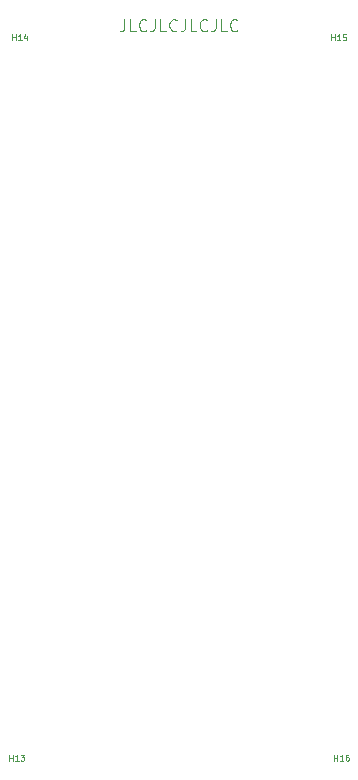
<source format=gto>
G04 #@! TF.GenerationSoftware,KiCad,Pcbnew,(6.0.0)*
G04 #@! TF.CreationDate,2025-05-03T15:15:50+02:00*
G04 #@! TF.ProjectId,Smart Servo Control Board Rev.2,536d6172-7420-4536-9572-766f20436f6e,rev?*
G04 #@! TF.SameCoordinates,Original*
G04 #@! TF.FileFunction,Legend,Top*
G04 #@! TF.FilePolarity,Positive*
%FSLAX46Y46*%
G04 Gerber Fmt 4.6, Leading zero omitted, Abs format (unit mm)*
G04 Created by KiCad (PCBNEW (6.0.0)) date 2025-05-03 15:15:50*
%MOMM*%
%LPD*%
G01*
G04 APERTURE LIST*
%ADD10C,0.125000*%
%ADD11C,7.500000*%
%ADD12C,4.700000*%
%ADD13C,4.300000*%
%ADD14R,1.700000X1.700000*%
%ADD15O,1.700000X1.700000*%
G04 APERTURE END LIST*
D10*
X221413472Y-40495808D02*
X221413472Y-41210094D01*
X221365853Y-41352951D01*
X221270615Y-41448189D01*
X221127758Y-41495808D01*
X221032520Y-41495808D01*
X222365853Y-41495808D02*
X221889662Y-41495808D01*
X221889662Y-40495808D01*
X223270615Y-41400570D02*
X223222996Y-41448189D01*
X223080139Y-41495808D01*
X222984900Y-41495808D01*
X222842043Y-41448189D01*
X222746805Y-41352951D01*
X222699186Y-41257713D01*
X222651567Y-41067237D01*
X222651567Y-40924380D01*
X222699186Y-40733904D01*
X222746805Y-40638666D01*
X222842043Y-40543428D01*
X222984900Y-40495808D01*
X223080139Y-40495808D01*
X223222996Y-40543428D01*
X223270615Y-40591047D01*
X223984900Y-40495808D02*
X223984900Y-41210094D01*
X223937281Y-41352951D01*
X223842043Y-41448189D01*
X223699186Y-41495808D01*
X223603948Y-41495808D01*
X224937281Y-41495808D02*
X224461091Y-41495808D01*
X224461091Y-40495808D01*
X225842043Y-41400570D02*
X225794424Y-41448189D01*
X225651567Y-41495808D01*
X225556329Y-41495808D01*
X225413472Y-41448189D01*
X225318234Y-41352951D01*
X225270615Y-41257713D01*
X225222996Y-41067237D01*
X225222996Y-40924380D01*
X225270615Y-40733904D01*
X225318234Y-40638666D01*
X225413472Y-40543428D01*
X225556329Y-40495808D01*
X225651567Y-40495808D01*
X225794424Y-40543428D01*
X225842043Y-40591047D01*
X226556329Y-40495808D02*
X226556329Y-41210094D01*
X226508710Y-41352951D01*
X226413472Y-41448189D01*
X226270615Y-41495808D01*
X226175377Y-41495808D01*
X227508710Y-41495808D02*
X227032520Y-41495808D01*
X227032520Y-40495808D01*
X228413472Y-41400570D02*
X228365853Y-41448189D01*
X228222996Y-41495808D01*
X228127758Y-41495808D01*
X227984900Y-41448189D01*
X227889662Y-41352951D01*
X227842043Y-41257713D01*
X227794424Y-41067237D01*
X227794424Y-40924380D01*
X227842043Y-40733904D01*
X227889662Y-40638666D01*
X227984900Y-40543428D01*
X228127758Y-40495808D01*
X228222996Y-40495808D01*
X228365853Y-40543428D01*
X228413472Y-40591047D01*
X229127758Y-40495808D02*
X229127758Y-41210094D01*
X229080139Y-41352951D01*
X228984900Y-41448189D01*
X228842043Y-41495808D01*
X228746805Y-41495808D01*
X230080139Y-41495808D02*
X229603948Y-41495808D01*
X229603948Y-40495808D01*
X230984900Y-41400570D02*
X230937281Y-41448189D01*
X230794424Y-41495808D01*
X230699186Y-41495808D01*
X230556329Y-41448189D01*
X230461091Y-41352951D01*
X230413472Y-41257713D01*
X230365853Y-41067237D01*
X230365853Y-40924380D01*
X230413472Y-40733904D01*
X230461091Y-40638666D01*
X230556329Y-40543428D01*
X230699186Y-40495808D01*
X230794424Y-40495808D01*
X230937281Y-40543428D01*
X230984900Y-40591047D01*
X211663472Y-103269618D02*
X211663472Y-102769618D01*
X211663472Y-103007713D02*
X211949186Y-103007713D01*
X211949186Y-103269618D02*
X211949186Y-102769618D01*
X212449186Y-103269618D02*
X212163472Y-103269618D01*
X212306329Y-103269618D02*
X212306329Y-102769618D01*
X212258710Y-102841047D01*
X212211091Y-102888666D01*
X212163472Y-102912475D01*
X212615853Y-102769618D02*
X212925377Y-102769618D01*
X212758710Y-102960094D01*
X212830139Y-102960094D01*
X212877758Y-102983904D01*
X212901567Y-103007713D01*
X212925377Y-103055332D01*
X212925377Y-103174380D01*
X212901567Y-103221999D01*
X212877758Y-103245808D01*
X212830139Y-103269618D01*
X212687281Y-103269618D01*
X212639662Y-103245808D01*
X212615853Y-103221999D01*
X211913472Y-42269618D02*
X211913472Y-41769618D01*
X211913472Y-42007713D02*
X212199186Y-42007713D01*
X212199186Y-42269618D02*
X212199186Y-41769618D01*
X212699186Y-42269618D02*
X212413472Y-42269618D01*
X212556329Y-42269618D02*
X212556329Y-41769618D01*
X212508710Y-41841047D01*
X212461091Y-41888666D01*
X212413472Y-41912475D01*
X213127758Y-41936285D02*
X213127758Y-42269618D01*
X213008710Y-41745808D02*
X212889662Y-42102951D01*
X213199186Y-42102951D01*
X239163472Y-103269618D02*
X239163472Y-102769618D01*
X239163472Y-103007713D02*
X239449186Y-103007713D01*
X239449186Y-103269618D02*
X239449186Y-102769618D01*
X239949186Y-103269618D02*
X239663472Y-103269618D01*
X239806329Y-103269618D02*
X239806329Y-102769618D01*
X239758710Y-102841047D01*
X239711091Y-102888666D01*
X239663472Y-102912475D01*
X240377758Y-102769618D02*
X240282520Y-102769618D01*
X240234900Y-102793428D01*
X240211091Y-102817237D01*
X240163472Y-102888666D01*
X240139662Y-102983904D01*
X240139662Y-103174380D01*
X240163472Y-103221999D01*
X240187281Y-103245808D01*
X240234900Y-103269618D01*
X240330139Y-103269618D01*
X240377758Y-103245808D01*
X240401567Y-103221999D01*
X240425377Y-103174380D01*
X240425377Y-103055332D01*
X240401567Y-103007713D01*
X240377758Y-102983904D01*
X240330139Y-102960094D01*
X240234900Y-102960094D01*
X240187281Y-102983904D01*
X240163472Y-103007713D01*
X240139662Y-103055332D01*
X238913472Y-42269618D02*
X238913472Y-41769618D01*
X238913472Y-42007713D02*
X239199186Y-42007713D01*
X239199186Y-42269618D02*
X239199186Y-41769618D01*
X239699186Y-42269618D02*
X239413472Y-42269618D01*
X239556329Y-42269618D02*
X239556329Y-41769618D01*
X239508710Y-41841047D01*
X239461091Y-41888666D01*
X239413472Y-41912475D01*
X240151567Y-41769618D02*
X239913472Y-41769618D01*
X239889662Y-42007713D01*
X239913472Y-41983904D01*
X239961091Y-41960094D01*
X240080139Y-41960094D01*
X240127758Y-41983904D01*
X240151567Y-42007713D01*
X240175377Y-42055332D01*
X240175377Y-42174380D01*
X240151567Y-42221999D01*
X240127758Y-42245808D01*
X240080139Y-42269618D01*
X239961091Y-42269618D01*
X239913472Y-42245808D01*
X239889662Y-42221999D01*
%LPC*%
D11*
X207032520Y-103043428D03*
D12*
X207032520Y-103043428D03*
D13*
X207032520Y-42043428D03*
D12*
X245032520Y-103043428D03*
D11*
X245032520Y-103043428D03*
D13*
X245032520Y-42043428D03*
D14*
X231582520Y-49683428D03*
D15*
X231582520Y-52223428D03*
X231582520Y-54763428D03*
X231582520Y-57303428D03*
X231582520Y-59843428D03*
X231582520Y-62383428D03*
X231582520Y-64923428D03*
X231582520Y-67463428D03*
X231582520Y-70003428D03*
X231582520Y-72543428D03*
X231582520Y-75083428D03*
X231582520Y-77623428D03*
X231582520Y-80163428D03*
X231582520Y-82703428D03*
X231582520Y-85243428D03*
X231582520Y-87783428D03*
X231582520Y-90323428D03*
X231582520Y-92863428D03*
X231582520Y-95403428D03*
D14*
X243742520Y-48443428D03*
D15*
X246282520Y-48443428D03*
X243742520Y-50983428D03*
X246282520Y-50983428D03*
X243742520Y-53523428D03*
X246282520Y-53523428D03*
X243742520Y-56063428D03*
X246282520Y-56063428D03*
X243742520Y-58603428D03*
X246282520Y-58603428D03*
X243742520Y-61143428D03*
X246282520Y-61143428D03*
X243742520Y-63683428D03*
X246282520Y-63683428D03*
X243742520Y-66223428D03*
X246282520Y-66223428D03*
X243742520Y-68763428D03*
X246282520Y-68763428D03*
X243742520Y-71303428D03*
X246282520Y-71303428D03*
X243742520Y-73843428D03*
X246282520Y-73843428D03*
X243742520Y-76383428D03*
X246282520Y-76383428D03*
X243742520Y-78923428D03*
X246282520Y-78923428D03*
X243742520Y-81463428D03*
X246282520Y-81463428D03*
X243742520Y-84003428D03*
X246282520Y-84003428D03*
X243742520Y-86543428D03*
X246282520Y-86543428D03*
X243742520Y-89083428D03*
X246282520Y-89083428D03*
X243742520Y-91623428D03*
X246282520Y-91623428D03*
X243742520Y-94163428D03*
X246282520Y-94163428D03*
X243742520Y-96703428D03*
X246282520Y-96703428D03*
D14*
X227772520Y-48413428D03*
D15*
X227772520Y-50953428D03*
X227772520Y-53493428D03*
X227772520Y-56033428D03*
X227772520Y-58573428D03*
X227772520Y-61113428D03*
X227772520Y-63653428D03*
X227772520Y-66193428D03*
X227772520Y-68733428D03*
X227772520Y-71273428D03*
X227772520Y-73813428D03*
X227772520Y-76353428D03*
X227772520Y-78893428D03*
X227772520Y-81433428D03*
X227772520Y-83973428D03*
X227772520Y-86513428D03*
X227772520Y-89053428D03*
X227772520Y-91593428D03*
X227772520Y-94133428D03*
X227772520Y-96673428D03*
D14*
X212532520Y-48413428D03*
D15*
X212532520Y-50953428D03*
X212532520Y-53493428D03*
X212532520Y-56033428D03*
X212532520Y-58573428D03*
X212532520Y-61113428D03*
X212532520Y-63653428D03*
X212532520Y-66193428D03*
X212532520Y-68733428D03*
X212532520Y-71273428D03*
X212532520Y-73813428D03*
X212532520Y-76353428D03*
X212532520Y-78893428D03*
X212532520Y-81433428D03*
X212532520Y-83973428D03*
X212532520Y-86513428D03*
X212532520Y-89053428D03*
X212532520Y-91593428D03*
X212532520Y-94133428D03*
X212532520Y-96673428D03*
D14*
X208722520Y-49683428D03*
D15*
X208722520Y-52223428D03*
X208722520Y-54763428D03*
X208722520Y-57303428D03*
X208722520Y-59843428D03*
X208722520Y-62383428D03*
X208722520Y-64923428D03*
X208722520Y-67463428D03*
X208722520Y-70003428D03*
X208722520Y-72543428D03*
X208722520Y-75083428D03*
X208722520Y-77623428D03*
X208722520Y-80163428D03*
X208722520Y-82703428D03*
X208722520Y-85243428D03*
X208722520Y-87783428D03*
X208722520Y-90323428D03*
X208722520Y-92863428D03*
X208722520Y-95403428D03*
M02*

</source>
